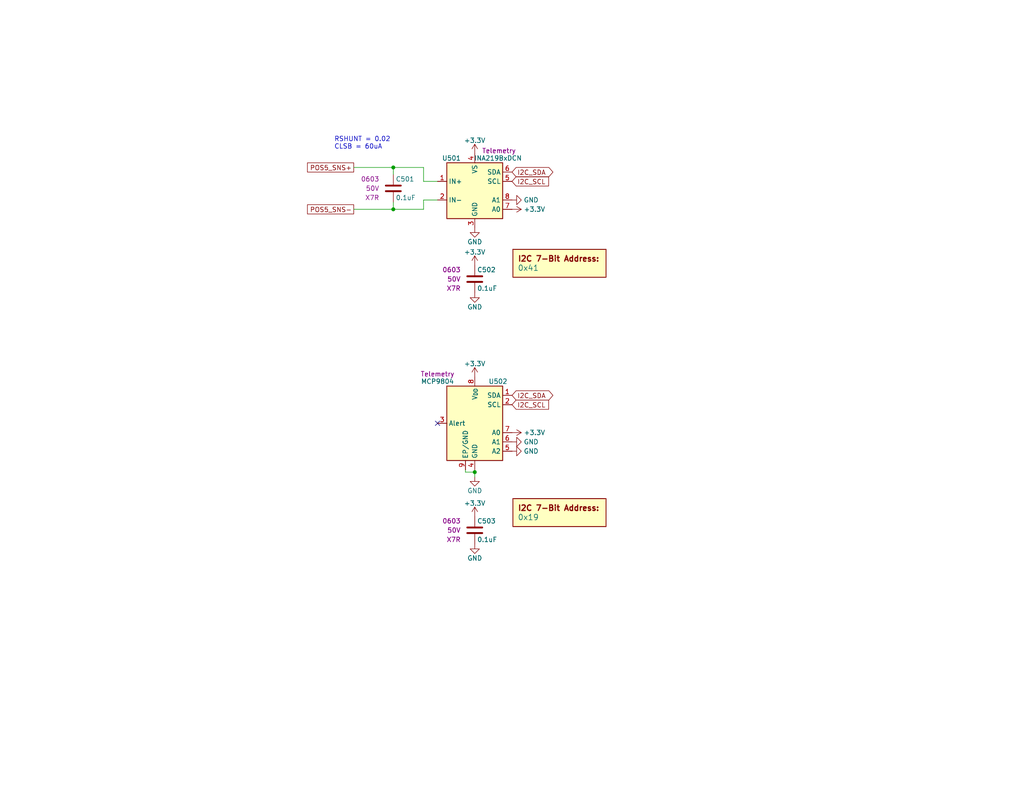
<source format=kicad_sch>
(kicad_sch (version 20230121) (generator eeschema)
  (paper "A")
  (title_block (title "USB Hub") (date "2023-08-20") (rev "PRELIM") (company "Drew Maatman"))
  (lib_symbols
    (symbol "Analog_ADC:INA219BxDCN"
      (property "Reference" "U" (at -6.35 8.89 0))
      (property "Value" "Analog_ADC_INA219BxDCN" (at 6.35 8.89 0))
      (symbol "INA219BxDCN_0_1"
        (rectangle (start -7.62 7.62) (end 7.62 -7.62) (stroke (width 0.254)) (fill (type background)))
      )
      (symbol "INA219BxDCN_1_1"
        (pin input line (at -10.16 2.54 0) (length 2.54) (name "IN+") (number "1"))
        (pin input line (at -10.16 -2.54 0) (length 2.54) (name "IN-") (number "2"))
        (pin power_in line (at 0 -10.16 90) (length 2.54) (name "GND") (number "3"))
        (pin power_in line (at 0 10.16 270) (length 2.54) (name "VS") (number "4"))
        (pin input line (at 10.16 2.54 180) (length 2.54) (name "SCL") (number "5"))
        (pin bidirectional line (at 10.16 5.08 180) (length 2.54) (name "SDA") (number "6"))
        (pin input line (at 10.16 -5.08 180) (length 2.54) (name "A0") (number "7"))
        (pin input line (at 10.16 -2.54 180) (length 2.54) (name "A1") (number "8"))
      )
    )
    (symbol "Custom_Library:C_Custom" (pin_numbers hide) (pin_names (offset 0.254))
      (property "Reference" "C" (at 0.635 2.54 0))
      (property "Value" "C_Custom" (at 0.635 -2.54 0))
      (property "display_footprint" "Foot" (at -3.81 2.54 0))
      (property "Voltage" "V" (at -3.81 0 0))
      (property "Dielectric" "Er" (at -3.81 -2.54 0))
      (symbol "C_Custom_0_1"
        (polyline (pts (xy -2.032 -0.762) (xy 2.032 -0.762)) (stroke (width 0.508)))
        (polyline (pts (xy -2.032 0.762) (xy 2.032 0.762)) (stroke (width 0.508)))
      )
      (symbol "C_Custom_1_1"
        (pin passive line (at 0 3.81 270) (length 2.794) (name "~") (number "1"))
        (pin passive line (at 0 -3.81 90) (length 2.794) (name "~") (number "2"))
      )
    )
    (symbol "Custom_Library:I2C_Address" (pin_names (offset 1.016))
      (property "Value" "I2C_Address" (at -11.43 0 0))
      (symbol "I2C_Address_0_0"
        (rectangle (start -12.7 5.08) (end 12.7 -2.54) (stroke (width 0.254)) (fill (type background)))
        (text "I2C 7-Bit Address:" (at -11.43 2.54 0) (effects (font (size 1.524 1.524) bold) (justify left)))
      )
    )
    (symbol "Sensor_Temperature:MCP9804_DFN"
      (property "Reference" "U" (at -6.35 11.43 0))
      (property "Value" "MCP9804_DFN" (at 10.16 11.43 0))
      (symbol "MCP9804_DFN_0_1"
        (rectangle (start -7.62 10.16) (end 7.62 -10.16) (stroke (width 0.254)) (fill (type background)))
      )
      (symbol "MCP9804_DFN_1_1"
        (pin bidirectional line (at -10.16 7.62 0) (length 2.54) (name "SDA") (number "1"))
        (pin input line (at -10.16 5.08 0) (length 2.54) (name "SCL") (number "2"))
        (pin output line (at 10.16 0 180) (length 2.54) (name "Alert") (number "3"))
        (pin power_in line (at 0 -12.7 90) (length 2.54) (name "GND") (number "4"))
        (pin input line (at -10.16 -7.62 0) (length 2.54) (name "A2") (number "5"))
        (pin input line (at -10.16 -5.08 0) (length 2.54) (name "A1") (number "6"))
        (pin input line (at -10.16 -2.54 0) (length 2.54) (name "A0") (number "7"))
        (pin power_in line (at 0 12.7 270) (length 2.54) (name "V_{DD}") (number "8"))
        (pin power_in line (at 2.54 -12.7 90) (length 2.54) (name "EP/GND") (number "9"))
      )
    )
    (symbol "power:+3.3V" (power) (pin_names (offset 0))
      (property "Value" "+3.3V" (at 0 3.556 0))
      (symbol "+3.3V_0_1"
        (polyline (pts (xy -0.762 1.27) (xy 0 2.54)))
        (polyline (pts (xy 0 0) (xy 0 2.54)))
        (polyline (pts (xy 0 2.54) (xy 0.762 1.27)))
      )
      (symbol "+3.3V_1_1"
        (pin power_in line (at 0 0 90) (length 0) hide (name "+3.3V") (number "1"))
      )
    )
    (symbol "power:GND" (power) (pin_names (offset 0))
      (property "Value" "GND" (at 0 -3.81 0))
      (symbol "GND_0_1"
        (polyline (pts (xy 0 0) (xy 0 -1.27) (xy 1.27 -1.27) (xy 0 -2.54) (xy -1.27 -1.27) (xy 0 -1.27)))
      )
      (symbol "GND_1_1"
        (pin power_in line (at 0 0 270) (length 0) hide (name "GND") (number "1"))
      )
    )
  )
  (junction (at 129.54 128.905))
  (junction (at 107.315 45.72))
  (junction (at 107.315 57.15))
  (no_connect (at 119.38 115.57))
  (wire (pts (xy 107.315 57.15) (xy 107.315 55.245)))
  (wire (pts (xy 115.57 49.53) (xy 115.57 45.72)))
  (wire (pts (xy 129.54 128.905) (xy 127 128.905)))
  (wire (pts (xy 107.315 47.625) (xy 107.315 45.72)))
  (wire (pts (xy 115.57 45.72) (xy 107.315 45.72)))
  (wire (pts (xy 96.52 45.72) (xy 107.315 45.72)))
  (wire (pts (xy 115.57 54.61) (xy 115.57 57.15)))
  (wire (pts (xy 119.38 54.61) (xy 115.57 54.61)))
  (wire (pts (xy 96.52 57.15) (xy 107.315 57.15)))
  (wire (pts (xy 127 128.905) (xy 127 128.27)))
  (wire (pts (xy 129.54 128.905) (xy 129.54 128.27)))
  (wire (pts (xy 129.54 130.175) (xy 129.54 128.905)))
  (wire (pts (xy 115.57 57.15) (xy 107.315 57.15)))
  (wire (pts (xy 119.38 49.53) (xy 115.57 49.53)))
  (text "RSHUNT = 0.02\nCLSB = 60uA" (at 91.186 40.894 0) (effects (font (size 1.27 1.27)) (justify left bottom)))
  (global_label "I2C_SCL" (shape input) (at 139.7 49.53 0) (property "Intersheetrefs" "${INTERSHEET_REFS}" (effects hide)))
  (global_label "POS5_SNS+" (shape passive) (at 96.52 45.72 180) (property "Intersheetrefs" "${INTERSHEET_REFS}" (effects hide)))
  (global_label "I2C_SDA" (shape bidirectional) (at 139.7 46.99 0) (property "Intersheetrefs" "${INTERSHEET_REFS}" (effects hide)))
  (global_label "POS5_SNS-" (shape passive) (at 96.52 57.15 180) (property "Intersheetrefs" "${INTERSHEET_REFS}" (effects hide)))
  (global_label "I2C_SCL" (shape input) (at 139.7 110.49 0) (property "Intersheetrefs" "${INTERSHEET_REFS}" (effects hide)))
  (global_label "I2C_SDA" (shape bidirectional) (at 139.7 107.95 0) (property "Intersheetrefs" "${INTERSHEET_REFS}" (effects hide)))
  (symbol (lib_id "power:GND") (at 129.54 130.175 0) (mirror y) (unit 1)
    (property "Reference" "#PWR0506" (effects hide))
    (property "Value" "GND" (at 129.54 133.985 0))
  )
  (symbol (lib_id "power:+3.3V") (at 129.54 102.87 0) (mirror y) (unit 1)
    (property "Reference" "#PWR0505" (effects hide))
    (property "Value" "+3.3V" (at 129.54 99.314 0))
  )
  (symbol (lib_id "Custom_Library:C_Custom") (at 129.54 144.78 0) (unit 1)
    (property "Reference" "C503" (at 130.175 142.24 0) (effects (justify left)))
    (property "Value" "0.1uF" (at 130.175 147.32 0) (effects (justify left)))
    (property "Footprint" "Capacitors_SMD:C_0603" (effects hide))
    (property "display_footprint" "0603" (at 125.73 142.24 0) (effects (justify right)))
    (property "Voltage" "50V" (at 125.73 144.78 0) (effects (justify right)))
    (property "Dielectric" "X7R" (at 125.73 147.32 0) (effects (justify right)))
    (property "Digi-Key PN" "399-7845-1-ND" (effects hide))
  )
  (symbol (lib_id "Custom_Library:C_Custom") (at 107.315 51.435 0) (unit 1)
    (property "Reference" "C501" (at 107.95 48.895 0) (effects (justify left)))
    (property "Value" "0.1uF" (at 107.95 53.975 0) (effects (justify left)))
    (property "Footprint" "Capacitors_SMD:C_0603" (effects hide))
    (property "display_footprint" "0603" (at 103.505 48.895 0) (effects (justify right)))
    (property "Voltage" "50V" (at 103.505 51.435 0) (effects (justify right)))
    (property "Dielectric" "X7R" (at 103.505 53.975 0) (effects (justify right)))
    (property "Digi-Key PN" "399-7845-1-ND" (effects hide))
  )
  (symbol (lib_id "power:GND") (at 129.54 62.23 0) (unit 1)
    (property "Reference" "#PWR0502" (effects hide))
    (property "Value" "GND" (at 129.54 66.04 0))
  )
  (symbol (lib_id "power:+3.3V") (at 129.54 41.91 0) (unit 1)
    (property "Reference" "#PWR0501" (effects hide))
    (property "Value" "+3.3V" (at 129.54 38.354 0))
  )
  (symbol (lib_id "Custom_Library:C_Custom") (at 129.54 76.2 0) (unit 1)
    (property "Reference" "C502" (at 130.175 73.66 0) (effects (justify left)))
    (property "Value" "0.1uF" (at 130.175 78.74 0) (effects (justify left)))
    (property "Footprint" "Capacitors_SMD:C_0603" (effects hide))
    (property "display_footprint" "0603" (at 125.73 73.66 0) (effects (justify right)))
    (property "Voltage" "50V" (at 125.73 76.2 0) (effects (justify right)))
    (property "Dielectric" "X7R" (at 125.73 78.74 0) (effects (justify right)))
    (property "Digi-Key PN" "399-7845-1-ND" (effects hide))
  )
  (symbol (lib_id "power:+3.3V") (at 129.54 72.39 0) (unit 1)
    (property "Reference" "#PWR0503" (effects hide))
    (property "Value" "+3.3V" (at 129.54 68.834 0))
  )
  (symbol (lib_id "power:GND") (at 129.54 80.01 0) (unit 1)
    (property "Reference" "#PWR0504" (effects hide))
    (property "Value" "GND" (at 129.54 83.82 0))
  )
  (symbol (lib_id "Custom_Library:I2C_Address") (at 152.654 73.152 0) (unit 1)
    (property "Reference" "DOC501" (effects hide))
    (property "Value" "0x41" (at 141.224 73.152 0) (effects (font (size 1.524 1.524)) (justify left)))
  )
  (symbol (lib_id "Analog_ADC:INA219BxDCN") (at 129.54 52.07 0) (unit 1)
    (property "Reference" "U501" (at 123.19 43.18 0))
    (property "Value" "INA219BxDCN" (at 135.89 43.18 0))
    (property "Footprint" "Package_TO_SOT_SMD:SOT-23-8" (effects hide))
    (property "Datasheet" "http://www.ti.com/lit/ds/symlink/ina219.pdf" (effects hide))
    (property "Digi-Key PN" "296-46420-1-ND" (effects hide))
    (property "Configuration" "Telemetry" (at 136.144 41.148 0))
  )
  (symbol (lib_id "Sensor_Temperature:MCP9804_DFN") (at 129.54 115.57 0) (mirror y) (unit 1)
    (property "Reference" "U502" (at 135.89 104.14 0))
    (property "Value" "MCP9804" (at 119.38 104.14 0))
    (property "Footprint" "Package_DFN_QFN:DFN-8-1EP_3x2mm_P0.5mm_EP1.3x1.5mm" (effects hide))
    (property "Datasheet" "http://ww1.microchip.com/downloads/en/DeviceDoc/22203b.pdf" (effects hide))
    (property "Digi-Key PN" "MCP9804T-E/MCCT-ND" (effects hide))
    (property "Configuration" "Telemetry" (at 119.38 102.108 0))
  )
  (symbol (lib_id "power:+3.3V") (at 129.54 140.97 0) (unit 1)
    (property "Reference" "#PWR0507" (effects hide))
    (property "Value" "+3.3V" (at 129.54 137.414 0))
  )
  (symbol (lib_id "power:GND") (at 129.54 148.59 0) (unit 1)
    (property "Reference" "#PWR0508" (effects hide))
    (property "Value" "GND" (at 129.54 152.4 0))
  )
  (symbol (lib_id "Custom_Library:I2C_Address") (at 152.654 141.224 0) (unit 1)
    (property "Reference" "DOC502" (effects hide))
    (property "Value" "0x19" (at 141.224 141.224 0) (effects (font (size 1.524 1.524)) (justify left)))
  )
  (symbol (lib_id "power:+3.3V") (at 139.7 57.15 270) (unit 1)
    (property "Reference" "#PWR0510" (effects hide))
    (property "Value" "+3.3V" (at 142.875 57.15 90) (effects (justify left)))
  )
  (symbol (lib_id "power:+3.3V") (at 139.7 118.11 270) (mirror x) (unit 1)
    (property "Reference" "#PWR0511" (effects hide))
    (property "Value" "+3.3V" (at 142.875 118.11 90) (effects (justify left)))
  )
  (symbol (lib_id "power:GND") (at 139.7 123.19 90) (unit 1)
    (property "Reference" "#PWR?" (effects hide))
    (property "Value" "GND" (at 142.875 123.19 90) (effects (justify right)))
    (instances (project "USB_Hub" (path "" (reference "#PWR?") (unit 1)) (path "" (reference "#PWR0513") (unit 1))))
  )
  (symbol (lib_id "power:GND") (at 139.7 120.65 90) (unit 1)
    (property "Reference" "#PWR?" (effects hide))
    (property "Value" "GND" (at 142.875 120.65 90) (effects (justify right)))
    (instances (project "USB_Hub" (path "" (reference "#PWR?") (unit 1)) (path "" (reference "#PWR0512") (unit 1))))
  )
  (symbol (lib_id "power:GND") (at 139.7 54.61 90) (unit 1)
    (property "Reference" "#PWR?" (effects hide))
    (property "Value" "GND" (at 142.875 54.61 90) (effects (justify right)))
    (instances (project "USB_Hub" (path "" (reference "#PWR?") (unit 1)) (path "" (reference "#PWR0509") (unit 1))))
  )
)
</source>
